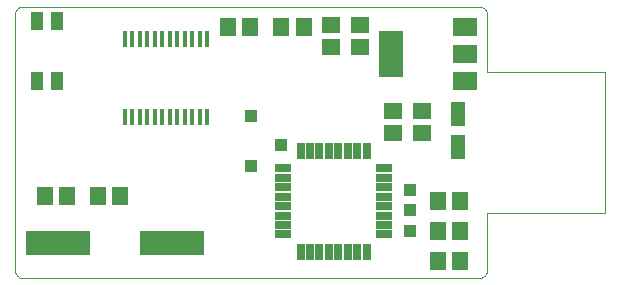
<source format=gbs>
G75*
G70*
%OFA0B0*%
%FSLAX24Y24*%
%IPPOS*%
%LPD*%
%AMOC8*
5,1,8,0,0,1.08239X$1,22.5*
%
%ADD10C,0.0000*%
%ADD11R,0.0260X0.0540*%
%ADD12R,0.0540X0.0260*%
%ADD13R,0.2140X0.0800*%
%ADD14R,0.0552X0.0631*%
%ADD15R,0.0631X0.0552*%
%ADD16R,0.0434X0.0611*%
%ADD17R,0.0160X0.0530*%
%ADD18R,0.0512X0.0827*%
%ADD19R,0.0827X0.0631*%
%ADD20R,0.0827X0.1536*%
%ADD21R,0.0434X0.0434*%
D10*
X000625Y000347D02*
X015816Y000347D01*
X015847Y000349D01*
X015878Y000354D01*
X015908Y000363D01*
X015937Y000375D01*
X015964Y000390D01*
X015989Y000408D01*
X016013Y000428D01*
X016033Y000452D01*
X016051Y000477D01*
X016066Y000504D01*
X016078Y000533D01*
X016087Y000563D01*
X016092Y000594D01*
X016094Y000625D01*
X016095Y000625D02*
X016095Y002512D01*
X020032Y002512D01*
X020032Y007237D01*
X016095Y007237D01*
X016095Y009124D01*
X016094Y009124D02*
X016092Y009155D01*
X016087Y009186D01*
X016078Y009216D01*
X016066Y009245D01*
X016051Y009272D01*
X016033Y009297D01*
X016013Y009321D01*
X015989Y009341D01*
X015964Y009359D01*
X015937Y009374D01*
X015908Y009386D01*
X015878Y009395D01*
X015847Y009400D01*
X015816Y009402D01*
X000625Y009402D01*
X000594Y009400D01*
X000563Y009395D01*
X000533Y009386D01*
X000504Y009374D01*
X000477Y009359D01*
X000452Y009341D01*
X000428Y009321D01*
X000408Y009297D01*
X000390Y009272D01*
X000375Y009245D01*
X000363Y009216D01*
X000354Y009186D01*
X000349Y009155D01*
X000347Y009124D01*
X000347Y000625D01*
X000349Y000594D01*
X000354Y000563D01*
X000363Y000533D01*
X000375Y000504D01*
X000390Y000477D01*
X000408Y000452D01*
X000428Y000428D01*
X000452Y000408D01*
X000477Y000390D01*
X000504Y000375D01*
X000533Y000363D01*
X000563Y000354D01*
X000594Y000349D01*
X000625Y000347D01*
D11*
X009874Y001216D03*
X010189Y001216D03*
X010504Y001216D03*
X010819Y001216D03*
X011134Y001216D03*
X011449Y001216D03*
X011764Y001216D03*
X012079Y001216D03*
X012079Y004596D03*
X011764Y004596D03*
X011449Y004596D03*
X011134Y004596D03*
X010819Y004596D03*
X010504Y004596D03*
X010189Y004596D03*
X009874Y004596D03*
D12*
X009287Y004008D03*
X009287Y003693D03*
X009287Y003378D03*
X009287Y003063D03*
X009287Y002748D03*
X009287Y002433D03*
X009287Y002119D03*
X009287Y001804D03*
X012667Y001804D03*
X012667Y002119D03*
X012667Y002433D03*
X012667Y002748D03*
X012667Y003063D03*
X012667Y003378D03*
X012667Y003693D03*
X012667Y004008D03*
D13*
X005593Y001528D03*
X001793Y001528D03*
D14*
X002099Y003103D03*
X001351Y003103D03*
X003122Y003103D03*
X003870Y003103D03*
X014441Y002906D03*
X015189Y002906D03*
X015189Y001922D03*
X014441Y001922D03*
X014441Y000937D03*
X015189Y000937D03*
X009973Y008713D03*
X009225Y008713D03*
X008201Y008713D03*
X007453Y008713D03*
D15*
X010878Y008792D03*
X011863Y008792D03*
X011863Y008044D03*
X010878Y008044D03*
X012945Y005937D03*
X013930Y005937D03*
X013930Y005189D03*
X012945Y005189D03*
D16*
X001764Y006922D03*
X001095Y006922D03*
X001095Y008930D03*
X001764Y008930D03*
D17*
X004012Y008320D03*
X004262Y008320D03*
X004512Y008320D03*
X004762Y008320D03*
X005012Y008320D03*
X005262Y008320D03*
X005512Y008320D03*
X005762Y008320D03*
X006012Y008320D03*
X006262Y008320D03*
X006512Y008320D03*
X006762Y008320D03*
X006762Y005720D03*
X006512Y005720D03*
X006262Y005720D03*
X006012Y005720D03*
X005762Y005720D03*
X005512Y005720D03*
X005262Y005720D03*
X005012Y005720D03*
X004762Y005720D03*
X004512Y005720D03*
X004262Y005720D03*
X004012Y005720D03*
D18*
X015111Y005819D03*
X015111Y004717D03*
D19*
X015367Y006922D03*
X015367Y007827D03*
X015367Y008733D03*
D20*
X012886Y007827D03*
D21*
X008221Y005760D03*
X009205Y004776D03*
X008221Y004087D03*
X013536Y003300D03*
X013536Y002611D03*
X013536Y001922D03*
M02*

</source>
